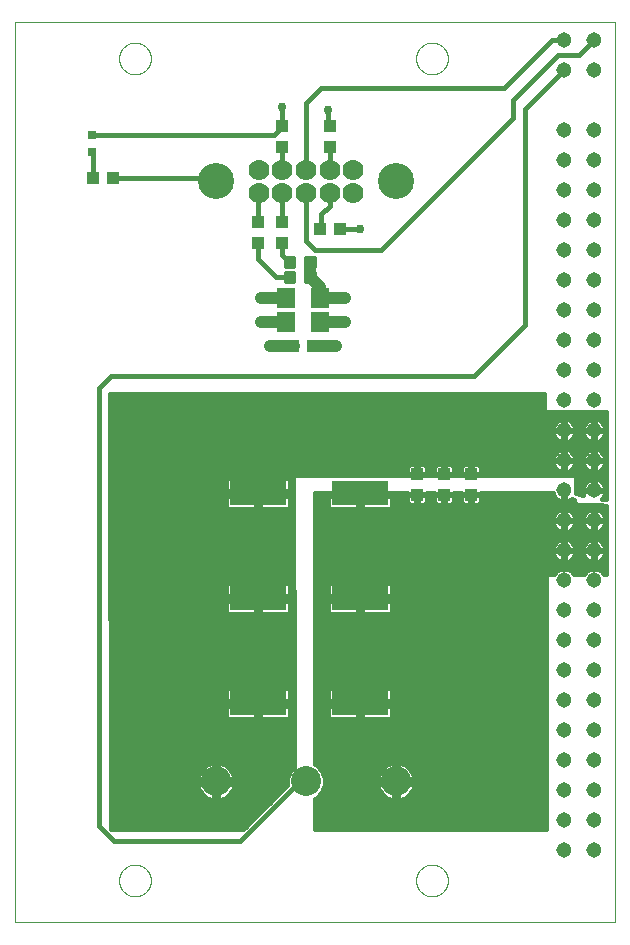
<source format=gtl>
G75*
%MOIN*%
%OFA0B0*%
%FSLAX25Y25*%
%IPPOS*%
%LPD*%
%AMOC8*
5,1,8,0,0,1.08239X$1,22.5*
%
%ADD10C,0.00000*%
%ADD11R,0.03937X0.04331*%
%ADD12R,0.06299X0.07087*%
%ADD13R,0.04331X0.03937*%
%ADD14R,0.19000X0.08000*%
%ADD15C,0.01181*%
%ADD16R,0.03150X0.03150*%
%ADD17C,0.10000*%
%ADD18C,0.12000*%
%ADD19C,0.07000*%
%ADD20C,0.05137*%
%ADD21C,0.01600*%
%ADD22C,0.02962*%
%ADD23C,0.04000*%
%ADD24C,0.04000*%
D10*
X0001800Y0006800D02*
X0001800Y0306800D01*
X0201800Y0306800D01*
X0201800Y0006800D01*
X0001800Y0006800D01*
X0036500Y0020800D02*
X0036502Y0020945D01*
X0036508Y0021091D01*
X0036518Y0021236D01*
X0036532Y0021381D01*
X0036550Y0021525D01*
X0036572Y0021669D01*
X0036597Y0021812D01*
X0036627Y0021954D01*
X0036661Y0022096D01*
X0036698Y0022236D01*
X0036740Y0022375D01*
X0036785Y0022514D01*
X0036834Y0022651D01*
X0036886Y0022786D01*
X0036943Y0022920D01*
X0037003Y0023053D01*
X0037066Y0023183D01*
X0037133Y0023312D01*
X0037204Y0023439D01*
X0037278Y0023565D01*
X0037356Y0023688D01*
X0037437Y0023808D01*
X0037521Y0023927D01*
X0037608Y0024043D01*
X0037699Y0024157D01*
X0037792Y0024268D01*
X0037889Y0024377D01*
X0037989Y0024483D01*
X0038091Y0024586D01*
X0038196Y0024686D01*
X0038304Y0024784D01*
X0038415Y0024878D01*
X0038528Y0024969D01*
X0038644Y0025058D01*
X0038762Y0025143D01*
X0038882Y0025224D01*
X0039004Y0025303D01*
X0039129Y0025378D01*
X0039256Y0025449D01*
X0039384Y0025517D01*
X0039514Y0025582D01*
X0039647Y0025643D01*
X0039780Y0025700D01*
X0039915Y0025754D01*
X0040052Y0025803D01*
X0040190Y0025850D01*
X0040329Y0025892D01*
X0040469Y0025930D01*
X0040611Y0025965D01*
X0040753Y0025995D01*
X0040896Y0026022D01*
X0041039Y0026045D01*
X0041183Y0026064D01*
X0041328Y0026079D01*
X0041473Y0026090D01*
X0041618Y0026097D01*
X0041764Y0026100D01*
X0041909Y0026099D01*
X0042054Y0026094D01*
X0042200Y0026085D01*
X0042344Y0026072D01*
X0042489Y0026055D01*
X0042633Y0026034D01*
X0042776Y0026009D01*
X0042919Y0025981D01*
X0043060Y0025948D01*
X0043201Y0025911D01*
X0043341Y0025871D01*
X0043479Y0025827D01*
X0043617Y0025779D01*
X0043752Y0025727D01*
X0043887Y0025672D01*
X0044020Y0025613D01*
X0044151Y0025550D01*
X0044280Y0025484D01*
X0044408Y0025414D01*
X0044534Y0025341D01*
X0044657Y0025264D01*
X0044778Y0025184D01*
X0044898Y0025101D01*
X0045014Y0025014D01*
X0045129Y0024924D01*
X0045241Y0024831D01*
X0045350Y0024735D01*
X0045457Y0024637D01*
X0045560Y0024535D01*
X0045662Y0024430D01*
X0045760Y0024323D01*
X0045855Y0024213D01*
X0045947Y0024100D01*
X0046036Y0023985D01*
X0046122Y0023868D01*
X0046204Y0023748D01*
X0046283Y0023626D01*
X0046359Y0023502D01*
X0046432Y0023376D01*
X0046501Y0023248D01*
X0046566Y0023118D01*
X0046628Y0022987D01*
X0046686Y0022853D01*
X0046741Y0022719D01*
X0046791Y0022582D01*
X0046838Y0022445D01*
X0046882Y0022306D01*
X0046921Y0022166D01*
X0046957Y0022025D01*
X0046988Y0021883D01*
X0047016Y0021740D01*
X0047040Y0021597D01*
X0047060Y0021453D01*
X0047076Y0021308D01*
X0047088Y0021163D01*
X0047096Y0021018D01*
X0047100Y0020873D01*
X0047100Y0020727D01*
X0047096Y0020582D01*
X0047088Y0020437D01*
X0047076Y0020292D01*
X0047060Y0020147D01*
X0047040Y0020003D01*
X0047016Y0019860D01*
X0046988Y0019717D01*
X0046957Y0019575D01*
X0046921Y0019434D01*
X0046882Y0019294D01*
X0046838Y0019155D01*
X0046791Y0019018D01*
X0046741Y0018881D01*
X0046686Y0018747D01*
X0046628Y0018613D01*
X0046566Y0018482D01*
X0046501Y0018352D01*
X0046432Y0018224D01*
X0046359Y0018098D01*
X0046283Y0017974D01*
X0046204Y0017852D01*
X0046122Y0017732D01*
X0046036Y0017615D01*
X0045947Y0017500D01*
X0045855Y0017387D01*
X0045760Y0017277D01*
X0045662Y0017170D01*
X0045560Y0017065D01*
X0045457Y0016963D01*
X0045350Y0016865D01*
X0045241Y0016769D01*
X0045129Y0016676D01*
X0045014Y0016586D01*
X0044898Y0016499D01*
X0044778Y0016416D01*
X0044657Y0016336D01*
X0044534Y0016259D01*
X0044408Y0016186D01*
X0044280Y0016116D01*
X0044151Y0016050D01*
X0044020Y0015987D01*
X0043887Y0015928D01*
X0043752Y0015873D01*
X0043617Y0015821D01*
X0043479Y0015773D01*
X0043341Y0015729D01*
X0043201Y0015689D01*
X0043060Y0015652D01*
X0042919Y0015619D01*
X0042776Y0015591D01*
X0042633Y0015566D01*
X0042489Y0015545D01*
X0042344Y0015528D01*
X0042200Y0015515D01*
X0042054Y0015506D01*
X0041909Y0015501D01*
X0041764Y0015500D01*
X0041618Y0015503D01*
X0041473Y0015510D01*
X0041328Y0015521D01*
X0041183Y0015536D01*
X0041039Y0015555D01*
X0040896Y0015578D01*
X0040753Y0015605D01*
X0040611Y0015635D01*
X0040469Y0015670D01*
X0040329Y0015708D01*
X0040190Y0015750D01*
X0040052Y0015797D01*
X0039915Y0015846D01*
X0039780Y0015900D01*
X0039647Y0015957D01*
X0039514Y0016018D01*
X0039384Y0016083D01*
X0039256Y0016151D01*
X0039129Y0016222D01*
X0039004Y0016297D01*
X0038882Y0016376D01*
X0038762Y0016457D01*
X0038644Y0016542D01*
X0038528Y0016631D01*
X0038415Y0016722D01*
X0038304Y0016816D01*
X0038196Y0016914D01*
X0038091Y0017014D01*
X0037989Y0017117D01*
X0037889Y0017223D01*
X0037792Y0017332D01*
X0037699Y0017443D01*
X0037608Y0017557D01*
X0037521Y0017673D01*
X0037437Y0017792D01*
X0037356Y0017912D01*
X0037278Y0018035D01*
X0037204Y0018161D01*
X0037133Y0018288D01*
X0037066Y0018417D01*
X0037003Y0018547D01*
X0036943Y0018680D01*
X0036886Y0018814D01*
X0036834Y0018949D01*
X0036785Y0019086D01*
X0036740Y0019225D01*
X0036698Y0019364D01*
X0036661Y0019504D01*
X0036627Y0019646D01*
X0036597Y0019788D01*
X0036572Y0019931D01*
X0036550Y0020075D01*
X0036532Y0020219D01*
X0036518Y0020364D01*
X0036508Y0020509D01*
X0036502Y0020655D01*
X0036500Y0020800D01*
X0135500Y0020800D02*
X0135502Y0020945D01*
X0135508Y0021091D01*
X0135518Y0021236D01*
X0135532Y0021381D01*
X0135550Y0021525D01*
X0135572Y0021669D01*
X0135597Y0021812D01*
X0135627Y0021954D01*
X0135661Y0022096D01*
X0135698Y0022236D01*
X0135740Y0022375D01*
X0135785Y0022514D01*
X0135834Y0022651D01*
X0135886Y0022786D01*
X0135943Y0022920D01*
X0136003Y0023053D01*
X0136066Y0023183D01*
X0136133Y0023312D01*
X0136204Y0023439D01*
X0136278Y0023565D01*
X0136356Y0023688D01*
X0136437Y0023808D01*
X0136521Y0023927D01*
X0136608Y0024043D01*
X0136699Y0024157D01*
X0136792Y0024268D01*
X0136889Y0024377D01*
X0136989Y0024483D01*
X0137091Y0024586D01*
X0137196Y0024686D01*
X0137304Y0024784D01*
X0137415Y0024878D01*
X0137528Y0024969D01*
X0137644Y0025058D01*
X0137762Y0025143D01*
X0137882Y0025224D01*
X0138004Y0025303D01*
X0138129Y0025378D01*
X0138256Y0025449D01*
X0138384Y0025517D01*
X0138514Y0025582D01*
X0138647Y0025643D01*
X0138780Y0025700D01*
X0138915Y0025754D01*
X0139052Y0025803D01*
X0139190Y0025850D01*
X0139329Y0025892D01*
X0139469Y0025930D01*
X0139611Y0025965D01*
X0139753Y0025995D01*
X0139896Y0026022D01*
X0140039Y0026045D01*
X0140183Y0026064D01*
X0140328Y0026079D01*
X0140473Y0026090D01*
X0140618Y0026097D01*
X0140764Y0026100D01*
X0140909Y0026099D01*
X0141054Y0026094D01*
X0141200Y0026085D01*
X0141344Y0026072D01*
X0141489Y0026055D01*
X0141633Y0026034D01*
X0141776Y0026009D01*
X0141919Y0025981D01*
X0142060Y0025948D01*
X0142201Y0025911D01*
X0142341Y0025871D01*
X0142479Y0025827D01*
X0142617Y0025779D01*
X0142752Y0025727D01*
X0142887Y0025672D01*
X0143020Y0025613D01*
X0143151Y0025550D01*
X0143280Y0025484D01*
X0143408Y0025414D01*
X0143534Y0025341D01*
X0143657Y0025264D01*
X0143778Y0025184D01*
X0143898Y0025101D01*
X0144014Y0025014D01*
X0144129Y0024924D01*
X0144241Y0024831D01*
X0144350Y0024735D01*
X0144457Y0024637D01*
X0144560Y0024535D01*
X0144662Y0024430D01*
X0144760Y0024323D01*
X0144855Y0024213D01*
X0144947Y0024100D01*
X0145036Y0023985D01*
X0145122Y0023868D01*
X0145204Y0023748D01*
X0145283Y0023626D01*
X0145359Y0023502D01*
X0145432Y0023376D01*
X0145501Y0023248D01*
X0145566Y0023118D01*
X0145628Y0022987D01*
X0145686Y0022853D01*
X0145741Y0022719D01*
X0145791Y0022582D01*
X0145838Y0022445D01*
X0145882Y0022306D01*
X0145921Y0022166D01*
X0145957Y0022025D01*
X0145988Y0021883D01*
X0146016Y0021740D01*
X0146040Y0021597D01*
X0146060Y0021453D01*
X0146076Y0021308D01*
X0146088Y0021163D01*
X0146096Y0021018D01*
X0146100Y0020873D01*
X0146100Y0020727D01*
X0146096Y0020582D01*
X0146088Y0020437D01*
X0146076Y0020292D01*
X0146060Y0020147D01*
X0146040Y0020003D01*
X0146016Y0019860D01*
X0145988Y0019717D01*
X0145957Y0019575D01*
X0145921Y0019434D01*
X0145882Y0019294D01*
X0145838Y0019155D01*
X0145791Y0019018D01*
X0145741Y0018881D01*
X0145686Y0018747D01*
X0145628Y0018613D01*
X0145566Y0018482D01*
X0145501Y0018352D01*
X0145432Y0018224D01*
X0145359Y0018098D01*
X0145283Y0017974D01*
X0145204Y0017852D01*
X0145122Y0017732D01*
X0145036Y0017615D01*
X0144947Y0017500D01*
X0144855Y0017387D01*
X0144760Y0017277D01*
X0144662Y0017170D01*
X0144560Y0017065D01*
X0144457Y0016963D01*
X0144350Y0016865D01*
X0144241Y0016769D01*
X0144129Y0016676D01*
X0144014Y0016586D01*
X0143898Y0016499D01*
X0143778Y0016416D01*
X0143657Y0016336D01*
X0143534Y0016259D01*
X0143408Y0016186D01*
X0143280Y0016116D01*
X0143151Y0016050D01*
X0143020Y0015987D01*
X0142887Y0015928D01*
X0142752Y0015873D01*
X0142617Y0015821D01*
X0142479Y0015773D01*
X0142341Y0015729D01*
X0142201Y0015689D01*
X0142060Y0015652D01*
X0141919Y0015619D01*
X0141776Y0015591D01*
X0141633Y0015566D01*
X0141489Y0015545D01*
X0141344Y0015528D01*
X0141200Y0015515D01*
X0141054Y0015506D01*
X0140909Y0015501D01*
X0140764Y0015500D01*
X0140618Y0015503D01*
X0140473Y0015510D01*
X0140328Y0015521D01*
X0140183Y0015536D01*
X0140039Y0015555D01*
X0139896Y0015578D01*
X0139753Y0015605D01*
X0139611Y0015635D01*
X0139469Y0015670D01*
X0139329Y0015708D01*
X0139190Y0015750D01*
X0139052Y0015797D01*
X0138915Y0015846D01*
X0138780Y0015900D01*
X0138647Y0015957D01*
X0138514Y0016018D01*
X0138384Y0016083D01*
X0138256Y0016151D01*
X0138129Y0016222D01*
X0138004Y0016297D01*
X0137882Y0016376D01*
X0137762Y0016457D01*
X0137644Y0016542D01*
X0137528Y0016631D01*
X0137415Y0016722D01*
X0137304Y0016816D01*
X0137196Y0016914D01*
X0137091Y0017014D01*
X0136989Y0017117D01*
X0136889Y0017223D01*
X0136792Y0017332D01*
X0136699Y0017443D01*
X0136608Y0017557D01*
X0136521Y0017673D01*
X0136437Y0017792D01*
X0136356Y0017912D01*
X0136278Y0018035D01*
X0136204Y0018161D01*
X0136133Y0018288D01*
X0136066Y0018417D01*
X0136003Y0018547D01*
X0135943Y0018680D01*
X0135886Y0018814D01*
X0135834Y0018949D01*
X0135785Y0019086D01*
X0135740Y0019225D01*
X0135698Y0019364D01*
X0135661Y0019504D01*
X0135627Y0019646D01*
X0135597Y0019788D01*
X0135572Y0019931D01*
X0135550Y0020075D01*
X0135532Y0020219D01*
X0135518Y0020364D01*
X0135508Y0020509D01*
X0135502Y0020655D01*
X0135500Y0020800D01*
X0135500Y0294800D02*
X0135502Y0294945D01*
X0135508Y0295091D01*
X0135518Y0295236D01*
X0135532Y0295381D01*
X0135550Y0295525D01*
X0135572Y0295669D01*
X0135597Y0295812D01*
X0135627Y0295954D01*
X0135661Y0296096D01*
X0135698Y0296236D01*
X0135740Y0296375D01*
X0135785Y0296514D01*
X0135834Y0296651D01*
X0135886Y0296786D01*
X0135943Y0296920D01*
X0136003Y0297053D01*
X0136066Y0297183D01*
X0136133Y0297312D01*
X0136204Y0297439D01*
X0136278Y0297565D01*
X0136356Y0297688D01*
X0136437Y0297808D01*
X0136521Y0297927D01*
X0136608Y0298043D01*
X0136699Y0298157D01*
X0136792Y0298268D01*
X0136889Y0298377D01*
X0136989Y0298483D01*
X0137091Y0298586D01*
X0137196Y0298686D01*
X0137304Y0298784D01*
X0137415Y0298878D01*
X0137528Y0298969D01*
X0137644Y0299058D01*
X0137762Y0299143D01*
X0137882Y0299224D01*
X0138004Y0299303D01*
X0138129Y0299378D01*
X0138256Y0299449D01*
X0138384Y0299517D01*
X0138514Y0299582D01*
X0138647Y0299643D01*
X0138780Y0299700D01*
X0138915Y0299754D01*
X0139052Y0299803D01*
X0139190Y0299850D01*
X0139329Y0299892D01*
X0139469Y0299930D01*
X0139611Y0299965D01*
X0139753Y0299995D01*
X0139896Y0300022D01*
X0140039Y0300045D01*
X0140183Y0300064D01*
X0140328Y0300079D01*
X0140473Y0300090D01*
X0140618Y0300097D01*
X0140764Y0300100D01*
X0140909Y0300099D01*
X0141054Y0300094D01*
X0141200Y0300085D01*
X0141344Y0300072D01*
X0141489Y0300055D01*
X0141633Y0300034D01*
X0141776Y0300009D01*
X0141919Y0299981D01*
X0142060Y0299948D01*
X0142201Y0299911D01*
X0142341Y0299871D01*
X0142479Y0299827D01*
X0142617Y0299779D01*
X0142752Y0299727D01*
X0142887Y0299672D01*
X0143020Y0299613D01*
X0143151Y0299550D01*
X0143280Y0299484D01*
X0143408Y0299414D01*
X0143534Y0299341D01*
X0143657Y0299264D01*
X0143778Y0299184D01*
X0143898Y0299101D01*
X0144014Y0299014D01*
X0144129Y0298924D01*
X0144241Y0298831D01*
X0144350Y0298735D01*
X0144457Y0298637D01*
X0144560Y0298535D01*
X0144662Y0298430D01*
X0144760Y0298323D01*
X0144855Y0298213D01*
X0144947Y0298100D01*
X0145036Y0297985D01*
X0145122Y0297868D01*
X0145204Y0297748D01*
X0145283Y0297626D01*
X0145359Y0297502D01*
X0145432Y0297376D01*
X0145501Y0297248D01*
X0145566Y0297118D01*
X0145628Y0296987D01*
X0145686Y0296853D01*
X0145741Y0296719D01*
X0145791Y0296582D01*
X0145838Y0296445D01*
X0145882Y0296306D01*
X0145921Y0296166D01*
X0145957Y0296025D01*
X0145988Y0295883D01*
X0146016Y0295740D01*
X0146040Y0295597D01*
X0146060Y0295453D01*
X0146076Y0295308D01*
X0146088Y0295163D01*
X0146096Y0295018D01*
X0146100Y0294873D01*
X0146100Y0294727D01*
X0146096Y0294582D01*
X0146088Y0294437D01*
X0146076Y0294292D01*
X0146060Y0294147D01*
X0146040Y0294003D01*
X0146016Y0293860D01*
X0145988Y0293717D01*
X0145957Y0293575D01*
X0145921Y0293434D01*
X0145882Y0293294D01*
X0145838Y0293155D01*
X0145791Y0293018D01*
X0145741Y0292881D01*
X0145686Y0292747D01*
X0145628Y0292613D01*
X0145566Y0292482D01*
X0145501Y0292352D01*
X0145432Y0292224D01*
X0145359Y0292098D01*
X0145283Y0291974D01*
X0145204Y0291852D01*
X0145122Y0291732D01*
X0145036Y0291615D01*
X0144947Y0291500D01*
X0144855Y0291387D01*
X0144760Y0291277D01*
X0144662Y0291170D01*
X0144560Y0291065D01*
X0144457Y0290963D01*
X0144350Y0290865D01*
X0144241Y0290769D01*
X0144129Y0290676D01*
X0144014Y0290586D01*
X0143898Y0290499D01*
X0143778Y0290416D01*
X0143657Y0290336D01*
X0143534Y0290259D01*
X0143408Y0290186D01*
X0143280Y0290116D01*
X0143151Y0290050D01*
X0143020Y0289987D01*
X0142887Y0289928D01*
X0142752Y0289873D01*
X0142617Y0289821D01*
X0142479Y0289773D01*
X0142341Y0289729D01*
X0142201Y0289689D01*
X0142060Y0289652D01*
X0141919Y0289619D01*
X0141776Y0289591D01*
X0141633Y0289566D01*
X0141489Y0289545D01*
X0141344Y0289528D01*
X0141200Y0289515D01*
X0141054Y0289506D01*
X0140909Y0289501D01*
X0140764Y0289500D01*
X0140618Y0289503D01*
X0140473Y0289510D01*
X0140328Y0289521D01*
X0140183Y0289536D01*
X0140039Y0289555D01*
X0139896Y0289578D01*
X0139753Y0289605D01*
X0139611Y0289635D01*
X0139469Y0289670D01*
X0139329Y0289708D01*
X0139190Y0289750D01*
X0139052Y0289797D01*
X0138915Y0289846D01*
X0138780Y0289900D01*
X0138647Y0289957D01*
X0138514Y0290018D01*
X0138384Y0290083D01*
X0138256Y0290151D01*
X0138129Y0290222D01*
X0138004Y0290297D01*
X0137882Y0290376D01*
X0137762Y0290457D01*
X0137644Y0290542D01*
X0137528Y0290631D01*
X0137415Y0290722D01*
X0137304Y0290816D01*
X0137196Y0290914D01*
X0137091Y0291014D01*
X0136989Y0291117D01*
X0136889Y0291223D01*
X0136792Y0291332D01*
X0136699Y0291443D01*
X0136608Y0291557D01*
X0136521Y0291673D01*
X0136437Y0291792D01*
X0136356Y0291912D01*
X0136278Y0292035D01*
X0136204Y0292161D01*
X0136133Y0292288D01*
X0136066Y0292417D01*
X0136003Y0292547D01*
X0135943Y0292680D01*
X0135886Y0292814D01*
X0135834Y0292949D01*
X0135785Y0293086D01*
X0135740Y0293225D01*
X0135698Y0293364D01*
X0135661Y0293504D01*
X0135627Y0293646D01*
X0135597Y0293788D01*
X0135572Y0293931D01*
X0135550Y0294075D01*
X0135532Y0294219D01*
X0135518Y0294364D01*
X0135508Y0294509D01*
X0135502Y0294655D01*
X0135500Y0294800D01*
X0036500Y0294800D02*
X0036502Y0294945D01*
X0036508Y0295091D01*
X0036518Y0295236D01*
X0036532Y0295381D01*
X0036550Y0295525D01*
X0036572Y0295669D01*
X0036597Y0295812D01*
X0036627Y0295954D01*
X0036661Y0296096D01*
X0036698Y0296236D01*
X0036740Y0296375D01*
X0036785Y0296514D01*
X0036834Y0296651D01*
X0036886Y0296786D01*
X0036943Y0296920D01*
X0037003Y0297053D01*
X0037066Y0297183D01*
X0037133Y0297312D01*
X0037204Y0297439D01*
X0037278Y0297565D01*
X0037356Y0297688D01*
X0037437Y0297808D01*
X0037521Y0297927D01*
X0037608Y0298043D01*
X0037699Y0298157D01*
X0037792Y0298268D01*
X0037889Y0298377D01*
X0037989Y0298483D01*
X0038091Y0298586D01*
X0038196Y0298686D01*
X0038304Y0298784D01*
X0038415Y0298878D01*
X0038528Y0298969D01*
X0038644Y0299058D01*
X0038762Y0299143D01*
X0038882Y0299224D01*
X0039004Y0299303D01*
X0039129Y0299378D01*
X0039256Y0299449D01*
X0039384Y0299517D01*
X0039514Y0299582D01*
X0039647Y0299643D01*
X0039780Y0299700D01*
X0039915Y0299754D01*
X0040052Y0299803D01*
X0040190Y0299850D01*
X0040329Y0299892D01*
X0040469Y0299930D01*
X0040611Y0299965D01*
X0040753Y0299995D01*
X0040896Y0300022D01*
X0041039Y0300045D01*
X0041183Y0300064D01*
X0041328Y0300079D01*
X0041473Y0300090D01*
X0041618Y0300097D01*
X0041764Y0300100D01*
X0041909Y0300099D01*
X0042054Y0300094D01*
X0042200Y0300085D01*
X0042344Y0300072D01*
X0042489Y0300055D01*
X0042633Y0300034D01*
X0042776Y0300009D01*
X0042919Y0299981D01*
X0043060Y0299948D01*
X0043201Y0299911D01*
X0043341Y0299871D01*
X0043479Y0299827D01*
X0043617Y0299779D01*
X0043752Y0299727D01*
X0043887Y0299672D01*
X0044020Y0299613D01*
X0044151Y0299550D01*
X0044280Y0299484D01*
X0044408Y0299414D01*
X0044534Y0299341D01*
X0044657Y0299264D01*
X0044778Y0299184D01*
X0044898Y0299101D01*
X0045014Y0299014D01*
X0045129Y0298924D01*
X0045241Y0298831D01*
X0045350Y0298735D01*
X0045457Y0298637D01*
X0045560Y0298535D01*
X0045662Y0298430D01*
X0045760Y0298323D01*
X0045855Y0298213D01*
X0045947Y0298100D01*
X0046036Y0297985D01*
X0046122Y0297868D01*
X0046204Y0297748D01*
X0046283Y0297626D01*
X0046359Y0297502D01*
X0046432Y0297376D01*
X0046501Y0297248D01*
X0046566Y0297118D01*
X0046628Y0296987D01*
X0046686Y0296853D01*
X0046741Y0296719D01*
X0046791Y0296582D01*
X0046838Y0296445D01*
X0046882Y0296306D01*
X0046921Y0296166D01*
X0046957Y0296025D01*
X0046988Y0295883D01*
X0047016Y0295740D01*
X0047040Y0295597D01*
X0047060Y0295453D01*
X0047076Y0295308D01*
X0047088Y0295163D01*
X0047096Y0295018D01*
X0047100Y0294873D01*
X0047100Y0294727D01*
X0047096Y0294582D01*
X0047088Y0294437D01*
X0047076Y0294292D01*
X0047060Y0294147D01*
X0047040Y0294003D01*
X0047016Y0293860D01*
X0046988Y0293717D01*
X0046957Y0293575D01*
X0046921Y0293434D01*
X0046882Y0293294D01*
X0046838Y0293155D01*
X0046791Y0293018D01*
X0046741Y0292881D01*
X0046686Y0292747D01*
X0046628Y0292613D01*
X0046566Y0292482D01*
X0046501Y0292352D01*
X0046432Y0292224D01*
X0046359Y0292098D01*
X0046283Y0291974D01*
X0046204Y0291852D01*
X0046122Y0291732D01*
X0046036Y0291615D01*
X0045947Y0291500D01*
X0045855Y0291387D01*
X0045760Y0291277D01*
X0045662Y0291170D01*
X0045560Y0291065D01*
X0045457Y0290963D01*
X0045350Y0290865D01*
X0045241Y0290769D01*
X0045129Y0290676D01*
X0045014Y0290586D01*
X0044898Y0290499D01*
X0044778Y0290416D01*
X0044657Y0290336D01*
X0044534Y0290259D01*
X0044408Y0290186D01*
X0044280Y0290116D01*
X0044151Y0290050D01*
X0044020Y0289987D01*
X0043887Y0289928D01*
X0043752Y0289873D01*
X0043617Y0289821D01*
X0043479Y0289773D01*
X0043341Y0289729D01*
X0043201Y0289689D01*
X0043060Y0289652D01*
X0042919Y0289619D01*
X0042776Y0289591D01*
X0042633Y0289566D01*
X0042489Y0289545D01*
X0042344Y0289528D01*
X0042200Y0289515D01*
X0042054Y0289506D01*
X0041909Y0289501D01*
X0041764Y0289500D01*
X0041618Y0289503D01*
X0041473Y0289510D01*
X0041328Y0289521D01*
X0041183Y0289536D01*
X0041039Y0289555D01*
X0040896Y0289578D01*
X0040753Y0289605D01*
X0040611Y0289635D01*
X0040469Y0289670D01*
X0040329Y0289708D01*
X0040190Y0289750D01*
X0040052Y0289797D01*
X0039915Y0289846D01*
X0039780Y0289900D01*
X0039647Y0289957D01*
X0039514Y0290018D01*
X0039384Y0290083D01*
X0039256Y0290151D01*
X0039129Y0290222D01*
X0039004Y0290297D01*
X0038882Y0290376D01*
X0038762Y0290457D01*
X0038644Y0290542D01*
X0038528Y0290631D01*
X0038415Y0290722D01*
X0038304Y0290816D01*
X0038196Y0290914D01*
X0038091Y0291014D01*
X0037989Y0291117D01*
X0037889Y0291223D01*
X0037792Y0291332D01*
X0037699Y0291443D01*
X0037608Y0291557D01*
X0037521Y0291673D01*
X0037437Y0291792D01*
X0037356Y0291912D01*
X0037278Y0292035D01*
X0037204Y0292161D01*
X0037133Y0292288D01*
X0037066Y0292417D01*
X0037003Y0292547D01*
X0036943Y0292680D01*
X0036886Y0292814D01*
X0036834Y0292949D01*
X0036785Y0293086D01*
X0036740Y0293225D01*
X0036698Y0293364D01*
X0036661Y0293504D01*
X0036627Y0293646D01*
X0036597Y0293788D01*
X0036572Y0293931D01*
X0036550Y0294075D01*
X0036532Y0294219D01*
X0036518Y0294364D01*
X0036508Y0294509D01*
X0036502Y0294655D01*
X0036500Y0294800D01*
D11*
X0082800Y0240146D03*
X0082800Y0233454D03*
X0090800Y0233454D03*
X0090800Y0240146D03*
X0090800Y0265454D03*
X0090800Y0272146D03*
X0106800Y0272146D03*
X0106800Y0265454D03*
X0135800Y0156146D03*
X0135800Y0149454D03*
X0144800Y0149454D03*
X0144800Y0156146D03*
X0153800Y0156146D03*
X0153800Y0149454D03*
D12*
X0103312Y0206800D03*
X0103312Y0214800D03*
X0092288Y0214800D03*
X0092288Y0206800D03*
D13*
X0094454Y0198800D03*
X0101146Y0198800D03*
X0103454Y0237800D03*
X0110146Y0237800D03*
X0034446Y0254900D03*
X0027754Y0254900D03*
D14*
X0082800Y0149800D03*
X0082800Y0114800D03*
X0082800Y0079800D03*
X0116800Y0079800D03*
X0116800Y0114800D03*
X0116800Y0149800D03*
D15*
X0098875Y0220422D02*
X0098875Y0223178D01*
X0101631Y0223178D01*
X0101631Y0220422D01*
X0098875Y0220422D01*
X0098875Y0221602D02*
X0101631Y0221602D01*
X0101631Y0222782D02*
X0098875Y0222782D01*
X0098875Y0225422D02*
X0098875Y0228178D01*
X0101631Y0228178D01*
X0101631Y0225422D01*
X0098875Y0225422D01*
X0098875Y0226602D02*
X0101631Y0226602D01*
X0101631Y0227782D02*
X0098875Y0227782D01*
X0091969Y0228178D02*
X0091969Y0225422D01*
X0091969Y0228178D02*
X0094725Y0228178D01*
X0094725Y0225422D01*
X0091969Y0225422D01*
X0091969Y0226602D02*
X0094725Y0226602D01*
X0094725Y0227782D02*
X0091969Y0227782D01*
X0091969Y0223178D02*
X0091969Y0220422D01*
X0091969Y0223178D02*
X0094725Y0223178D01*
X0094725Y0220422D01*
X0091969Y0220422D01*
X0091969Y0221602D02*
X0094725Y0221602D01*
X0094725Y0222782D02*
X0091969Y0222782D01*
D16*
X0027300Y0263547D03*
X0027300Y0269453D03*
D17*
X0068800Y0053800D03*
X0098800Y0053800D03*
X0128800Y0053800D03*
D18*
X0128800Y0253800D03*
X0068800Y0253800D03*
D19*
X0083052Y0249863D03*
X0083052Y0257737D03*
X0090926Y0257737D03*
X0090926Y0249863D03*
X0098800Y0249863D03*
X0098800Y0257737D03*
X0106674Y0257737D03*
X0106674Y0249863D03*
X0114548Y0249863D03*
X0114548Y0257737D03*
D20*
X0184800Y0260800D03*
X0184800Y0250800D03*
X0184800Y0240800D03*
X0184800Y0230800D03*
X0184800Y0220800D03*
X0184800Y0210800D03*
X0184800Y0200800D03*
X0184800Y0190800D03*
X0184800Y0180800D03*
X0184800Y0170800D03*
X0184800Y0160800D03*
X0184800Y0150800D03*
X0184800Y0140800D03*
X0184800Y0130800D03*
X0184800Y0120800D03*
X0184800Y0110800D03*
X0184800Y0100800D03*
X0184800Y0090800D03*
X0184800Y0080800D03*
X0184800Y0070800D03*
X0184800Y0060800D03*
X0184800Y0050800D03*
X0184800Y0040800D03*
X0184800Y0030800D03*
X0194800Y0030800D03*
X0194800Y0040800D03*
X0194800Y0050800D03*
X0194800Y0060800D03*
X0194800Y0070800D03*
X0194800Y0080800D03*
X0194800Y0090800D03*
X0194800Y0100800D03*
X0194800Y0110800D03*
X0194800Y0120800D03*
X0194800Y0130800D03*
X0194800Y0140800D03*
X0194800Y0150800D03*
X0194800Y0160800D03*
X0194800Y0170800D03*
X0194800Y0180800D03*
X0194800Y0190800D03*
X0194800Y0200800D03*
X0194800Y0210800D03*
X0194800Y0220800D03*
X0194800Y0230800D03*
X0194800Y0240800D03*
X0194800Y0250800D03*
X0194800Y0260800D03*
X0194800Y0270800D03*
X0184800Y0270800D03*
X0184800Y0290800D03*
X0184800Y0300800D03*
X0194800Y0300800D03*
X0194800Y0290800D03*
D21*
X0189800Y0295800D02*
X0194800Y0300800D01*
X0189800Y0295800D02*
X0182800Y0295800D01*
X0167800Y0280800D01*
X0167800Y0274800D01*
X0123800Y0230800D01*
X0101800Y0230800D01*
X0098800Y0233800D01*
X0098800Y0249863D01*
X0098800Y0257737D02*
X0098800Y0279800D01*
X0103800Y0284800D01*
X0164800Y0284800D01*
X0180800Y0300800D01*
X0184800Y0300800D01*
X0184800Y0290800D02*
X0171800Y0277800D01*
X0171800Y0205800D01*
X0154800Y0188800D01*
X0033800Y0188800D01*
X0029800Y0184800D01*
X0029800Y0038800D01*
X0034800Y0033800D01*
X0076800Y0033800D01*
X0096800Y0053800D01*
X0098800Y0053800D01*
X0103699Y0057952D02*
X0124043Y0057952D01*
X0123995Y0057904D02*
X0123412Y0057102D01*
X0122962Y0056218D01*
X0122655Y0055275D01*
X0122532Y0054500D01*
X0128100Y0054500D01*
X0128100Y0060068D01*
X0127325Y0059945D01*
X0126382Y0059638D01*
X0125498Y0059188D01*
X0124696Y0058605D01*
X0123995Y0057904D01*
X0123031Y0056354D02*
X0104669Y0056354D01*
X0104226Y0057425D02*
X0102425Y0059226D01*
X0101800Y0059485D01*
X0101800Y0149800D01*
X0116000Y0149800D01*
X0116000Y0149000D01*
X0106000Y0149000D01*
X0106000Y0145629D01*
X0106089Y0145298D01*
X0106260Y0145002D01*
X0106502Y0144760D01*
X0106798Y0144589D01*
X0107129Y0144500D01*
X0116000Y0144500D01*
X0116000Y0149000D01*
X0117600Y0149000D01*
X0117600Y0149800D01*
X0132531Y0149800D01*
X0132531Y0149638D01*
X0135616Y0149638D01*
X0135616Y0149269D01*
X0135984Y0149269D01*
X0135984Y0145988D01*
X0137940Y0145988D01*
X0138270Y0146077D01*
X0138567Y0146248D01*
X0138809Y0146490D01*
X0138980Y0146786D01*
X0139068Y0147117D01*
X0139068Y0149269D01*
X0135984Y0149269D01*
X0135984Y0149638D01*
X0139068Y0149638D01*
X0139068Y0149800D01*
X0141531Y0149800D01*
X0141531Y0149638D01*
X0144616Y0149638D01*
X0144616Y0149269D01*
X0144984Y0149269D01*
X0144984Y0145988D01*
X0146940Y0145988D01*
X0147270Y0146077D01*
X0147567Y0146248D01*
X0147809Y0146490D01*
X0147980Y0146786D01*
X0148068Y0147117D01*
X0148068Y0149269D01*
X0144984Y0149269D01*
X0144984Y0149638D01*
X0148068Y0149638D01*
X0148068Y0149800D01*
X0150531Y0149800D01*
X0150531Y0149638D01*
X0153616Y0149638D01*
X0153616Y0149269D01*
X0153984Y0149269D01*
X0153984Y0145988D01*
X0155940Y0145988D01*
X0156270Y0146077D01*
X0156567Y0146248D01*
X0156809Y0146490D01*
X0156980Y0146786D01*
X0157068Y0147117D01*
X0157068Y0149269D01*
X0153984Y0149269D01*
X0153984Y0149638D01*
X0157068Y0149638D01*
X0157068Y0149800D01*
X0181055Y0149800D01*
X0181080Y0149672D01*
X0181372Y0148968D01*
X0181795Y0148334D01*
X0182334Y0147795D01*
X0182968Y0147372D01*
X0183672Y0147080D01*
X0184419Y0146931D01*
X0184616Y0146931D01*
X0184616Y0149800D01*
X0184984Y0149800D01*
X0184984Y0146931D01*
X0185181Y0146931D01*
X0185928Y0147080D01*
X0186632Y0147372D01*
X0187266Y0147795D01*
X0187402Y0147931D01*
X0187475Y0147821D01*
X0187715Y0147773D01*
X0187889Y0147600D01*
X0187900Y0147600D01*
X0188800Y0145800D01*
X0197582Y0145800D01*
X0197715Y0145773D01*
X0197889Y0145600D01*
X0198582Y0145600D01*
X0198800Y0145556D01*
X0198800Y0122800D01*
X0198267Y0122800D01*
X0198164Y0123048D01*
X0197048Y0124164D01*
X0195589Y0124768D01*
X0194011Y0124768D01*
X0192552Y0124164D01*
X0191436Y0123048D01*
X0191333Y0122800D01*
X0188267Y0122800D01*
X0188164Y0123048D01*
X0187048Y0124164D01*
X0185589Y0124768D01*
X0184011Y0124768D01*
X0182552Y0124164D01*
X0181436Y0123048D01*
X0181333Y0122800D01*
X0178800Y0122800D01*
X0178800Y0037800D01*
X0101800Y0037800D01*
X0101800Y0048115D01*
X0102425Y0048374D01*
X0104226Y0050175D01*
X0105200Y0052527D01*
X0105200Y0055073D01*
X0104226Y0057425D01*
X0105200Y0054755D02*
X0122573Y0054755D01*
X0122532Y0053100D02*
X0122655Y0052325D01*
X0122962Y0051382D01*
X0123412Y0050498D01*
X0123995Y0049696D01*
X0124696Y0048995D01*
X0125498Y0048412D01*
X0126382Y0047962D01*
X0127325Y0047655D01*
X0128100Y0047532D01*
X0128100Y0053100D01*
X0122532Y0053100D01*
X0122904Y0051558D02*
X0104799Y0051558D01*
X0105200Y0053157D02*
X0128100Y0053157D01*
X0128100Y0053100D02*
X0128100Y0054500D01*
X0129500Y0054500D01*
X0129500Y0060068D01*
X0130275Y0059945D01*
X0131218Y0059638D01*
X0132102Y0059188D01*
X0132904Y0058605D01*
X0133605Y0057904D01*
X0134188Y0057102D01*
X0134638Y0056218D01*
X0134945Y0055275D01*
X0135068Y0054500D01*
X0129500Y0054500D01*
X0129500Y0053100D01*
X0135068Y0053100D01*
X0134945Y0052325D01*
X0134638Y0051382D01*
X0134188Y0050498D01*
X0133605Y0049696D01*
X0132904Y0048995D01*
X0132102Y0048412D01*
X0131218Y0047962D01*
X0130275Y0047655D01*
X0129500Y0047532D01*
X0129500Y0053100D01*
X0128100Y0053100D01*
X0128800Y0053800D02*
X0117800Y0064800D01*
X0117600Y0074500D02*
X0126471Y0074500D01*
X0126802Y0074589D01*
X0127098Y0074760D01*
X0127340Y0075002D01*
X0127511Y0075298D01*
X0127600Y0075629D01*
X0127600Y0079000D01*
X0117600Y0079000D01*
X0117600Y0080600D01*
X0116000Y0080600D01*
X0116000Y0085100D01*
X0107129Y0085100D01*
X0106798Y0085011D01*
X0106502Y0084840D01*
X0106260Y0084598D01*
X0106089Y0084302D01*
X0106000Y0083971D01*
X0106000Y0080600D01*
X0116000Y0080600D01*
X0116000Y0079000D01*
X0106000Y0079000D01*
X0106000Y0075629D01*
X0106089Y0075298D01*
X0106260Y0075002D01*
X0106502Y0074760D01*
X0106798Y0074589D01*
X0107129Y0074500D01*
X0116000Y0074500D01*
X0116000Y0079000D01*
X0117600Y0079000D01*
X0117600Y0074500D01*
X0117600Y0075536D02*
X0116000Y0075536D01*
X0116000Y0077134D02*
X0117600Y0077134D01*
X0117600Y0078733D02*
X0116000Y0078733D01*
X0116000Y0080332D02*
X0101800Y0080332D01*
X0101800Y0081930D02*
X0106000Y0081930D01*
X0106000Y0083529D02*
X0101800Y0083529D01*
X0101800Y0085127D02*
X0178800Y0085127D01*
X0178800Y0083529D02*
X0127600Y0083529D01*
X0127600Y0083971D02*
X0127511Y0084302D01*
X0127340Y0084598D01*
X0127098Y0084840D01*
X0126802Y0085011D01*
X0126471Y0085100D01*
X0117600Y0085100D01*
X0117600Y0080600D01*
X0127600Y0080600D01*
X0127600Y0083971D01*
X0127600Y0081930D02*
X0178800Y0081930D01*
X0178800Y0080332D02*
X0117600Y0080332D01*
X0117600Y0081930D02*
X0116000Y0081930D01*
X0116000Y0083529D02*
X0117600Y0083529D01*
X0127600Y0078733D02*
X0178800Y0078733D01*
X0178800Y0077134D02*
X0127600Y0077134D01*
X0127575Y0075536D02*
X0178800Y0075536D01*
X0178800Y0073937D02*
X0101800Y0073937D01*
X0101800Y0072339D02*
X0178800Y0072339D01*
X0178800Y0070740D02*
X0101800Y0070740D01*
X0101800Y0069142D02*
X0178800Y0069142D01*
X0178800Y0067543D02*
X0101800Y0067543D01*
X0101800Y0065945D02*
X0178800Y0065945D01*
X0178800Y0064346D02*
X0101800Y0064346D01*
X0101800Y0062748D02*
X0178800Y0062748D01*
X0178800Y0061149D02*
X0101800Y0061149D01*
X0101800Y0059551D02*
X0126210Y0059551D01*
X0128100Y0059551D02*
X0129500Y0059551D01*
X0129500Y0057952D02*
X0128100Y0057952D01*
X0128100Y0056354D02*
X0129500Y0056354D01*
X0129500Y0054755D02*
X0128100Y0054755D01*
X0129500Y0053157D02*
X0178800Y0053157D01*
X0178800Y0054755D02*
X0135027Y0054755D01*
X0134569Y0056354D02*
X0178800Y0056354D01*
X0178800Y0057952D02*
X0133557Y0057952D01*
X0131390Y0059551D02*
X0178800Y0059551D01*
X0178800Y0051558D02*
X0134696Y0051558D01*
X0133797Y0049960D02*
X0178800Y0049960D01*
X0178800Y0048361D02*
X0132003Y0048361D01*
X0129500Y0048361D02*
X0128100Y0048361D01*
X0128100Y0049960D02*
X0129500Y0049960D01*
X0129500Y0051558D02*
X0128100Y0051558D01*
X0125597Y0048361D02*
X0102394Y0048361D01*
X0101800Y0046763D02*
X0178800Y0046763D01*
X0178800Y0045164D02*
X0101800Y0045164D01*
X0101800Y0043566D02*
X0178800Y0043566D01*
X0178800Y0041967D02*
X0101800Y0041967D01*
X0101800Y0040369D02*
X0178800Y0040369D01*
X0178800Y0038770D02*
X0101800Y0038770D01*
X0104011Y0049960D02*
X0123803Y0049960D01*
X0106025Y0075536D02*
X0101800Y0075536D01*
X0101800Y0077134D02*
X0106000Y0077134D01*
X0106000Y0078733D02*
X0101800Y0078733D01*
X0101800Y0086726D02*
X0178800Y0086726D01*
X0178800Y0088324D02*
X0101800Y0088324D01*
X0101800Y0089923D02*
X0178800Y0089923D01*
X0178800Y0091521D02*
X0101800Y0091521D01*
X0101800Y0093120D02*
X0178800Y0093120D01*
X0178800Y0094718D02*
X0101800Y0094718D01*
X0101800Y0096317D02*
X0178800Y0096317D01*
X0178800Y0097915D02*
X0101800Y0097915D01*
X0101800Y0099514D02*
X0178800Y0099514D01*
X0178800Y0101112D02*
X0101800Y0101112D01*
X0101800Y0102711D02*
X0178800Y0102711D01*
X0178800Y0104309D02*
X0101800Y0104309D01*
X0101800Y0105908D02*
X0178800Y0105908D01*
X0178800Y0107506D02*
X0101800Y0107506D01*
X0101800Y0109105D02*
X0178800Y0109105D01*
X0178800Y0110703D02*
X0127600Y0110703D01*
X0127600Y0110629D02*
X0127600Y0114000D01*
X0117600Y0114000D01*
X0117600Y0115600D01*
X0116000Y0115600D01*
X0116000Y0120100D01*
X0107129Y0120100D01*
X0106798Y0120011D01*
X0106502Y0119840D01*
X0106260Y0119598D01*
X0106089Y0119302D01*
X0106000Y0118971D01*
X0106000Y0115600D01*
X0116000Y0115600D01*
X0116000Y0114000D01*
X0106000Y0114000D01*
X0106000Y0110629D01*
X0106089Y0110298D01*
X0106260Y0110002D01*
X0106502Y0109760D01*
X0106798Y0109589D01*
X0107129Y0109500D01*
X0116000Y0109500D01*
X0116000Y0114000D01*
X0117600Y0114000D01*
X0117600Y0109500D01*
X0126471Y0109500D01*
X0126802Y0109589D01*
X0127098Y0109760D01*
X0127340Y0110002D01*
X0127511Y0110298D01*
X0127600Y0110629D01*
X0127600Y0112302D02*
X0178800Y0112302D01*
X0178800Y0113900D02*
X0127600Y0113900D01*
X0127600Y0115600D02*
X0127600Y0118971D01*
X0127511Y0119302D01*
X0127340Y0119598D01*
X0127098Y0119840D01*
X0126802Y0120011D01*
X0126471Y0120100D01*
X0117600Y0120100D01*
X0117600Y0115600D01*
X0127600Y0115600D01*
X0127600Y0117097D02*
X0178800Y0117097D01*
X0178800Y0115499D02*
X0117600Y0115499D01*
X0117600Y0117097D02*
X0116000Y0117097D01*
X0116000Y0115499D02*
X0101800Y0115499D01*
X0101800Y0117097D02*
X0106000Y0117097D01*
X0106000Y0118696D02*
X0101800Y0118696D01*
X0101800Y0120294D02*
X0178800Y0120294D01*
X0178800Y0118696D02*
X0127600Y0118696D01*
X0117600Y0118696D02*
X0116000Y0118696D01*
X0116000Y0113900D02*
X0117600Y0113900D01*
X0117600Y0112302D02*
X0116000Y0112302D01*
X0116000Y0110703D02*
X0117600Y0110703D01*
X0106000Y0110703D02*
X0101800Y0110703D01*
X0101800Y0112302D02*
X0106000Y0112302D01*
X0106000Y0113900D02*
X0101800Y0113900D01*
X0101800Y0121893D02*
X0178800Y0121893D01*
X0181879Y0123491D02*
X0101800Y0123491D01*
X0101800Y0125090D02*
X0198800Y0125090D01*
X0198800Y0126688D02*
X0101800Y0126688D01*
X0101800Y0128287D02*
X0181842Y0128287D01*
X0181795Y0128334D02*
X0182334Y0127795D01*
X0182968Y0127372D01*
X0183672Y0127080D01*
X0184419Y0126931D01*
X0184616Y0126931D01*
X0184616Y0130616D01*
X0184984Y0130616D01*
X0184984Y0126931D01*
X0185181Y0126931D01*
X0185928Y0127080D01*
X0186632Y0127372D01*
X0187266Y0127795D01*
X0187805Y0128334D01*
X0188228Y0128968D01*
X0188520Y0129672D01*
X0188668Y0130419D01*
X0188668Y0130616D01*
X0184984Y0130616D01*
X0184984Y0130984D01*
X0188668Y0130984D01*
X0188668Y0131181D01*
X0188520Y0131928D01*
X0188228Y0132632D01*
X0187805Y0133266D01*
X0187266Y0133805D01*
X0186632Y0134228D01*
X0185928Y0134520D01*
X0185181Y0134668D01*
X0184984Y0134668D01*
X0184984Y0130984D01*
X0184616Y0130984D01*
X0184616Y0130616D01*
X0180931Y0130616D01*
X0180931Y0130419D01*
X0181080Y0129672D01*
X0181372Y0128968D01*
X0181795Y0128334D01*
X0181038Y0129885D02*
X0101800Y0129885D01*
X0101800Y0131484D02*
X0180992Y0131484D01*
X0180931Y0131181D02*
X0180931Y0130984D01*
X0184616Y0130984D01*
X0184616Y0134668D01*
X0184419Y0134668D01*
X0183672Y0134520D01*
X0182968Y0134228D01*
X0182334Y0133805D01*
X0181795Y0133266D01*
X0181372Y0132632D01*
X0181080Y0131928D01*
X0180931Y0131181D01*
X0181672Y0133082D02*
X0101800Y0133082D01*
X0101800Y0134681D02*
X0198800Y0134681D01*
X0198800Y0136279D02*
X0101800Y0136279D01*
X0101800Y0137878D02*
X0182251Y0137878D01*
X0182334Y0137795D02*
X0182968Y0137372D01*
X0183672Y0137080D01*
X0184419Y0136931D01*
X0184616Y0136931D01*
X0184616Y0140616D01*
X0184984Y0140616D01*
X0184984Y0136931D01*
X0185181Y0136931D01*
X0185928Y0137080D01*
X0186632Y0137372D01*
X0187266Y0137795D01*
X0187805Y0138334D01*
X0188228Y0138968D01*
X0188520Y0139672D01*
X0188668Y0140419D01*
X0188668Y0140616D01*
X0184984Y0140616D01*
X0184984Y0140984D01*
X0188668Y0140984D01*
X0188668Y0141181D01*
X0188520Y0141928D01*
X0188228Y0142632D01*
X0187805Y0143266D01*
X0187266Y0143805D01*
X0186632Y0144228D01*
X0185928Y0144520D01*
X0185181Y0144668D01*
X0184984Y0144668D01*
X0184984Y0140984D01*
X0184616Y0140984D01*
X0184616Y0140616D01*
X0180931Y0140616D01*
X0180931Y0140419D01*
X0181080Y0139672D01*
X0181372Y0138968D01*
X0181795Y0138334D01*
X0182334Y0137795D01*
X0181161Y0139476D02*
X0101800Y0139476D01*
X0101800Y0141075D02*
X0180931Y0141075D01*
X0180931Y0140984D02*
X0184616Y0140984D01*
X0184616Y0144668D01*
X0184419Y0144668D01*
X0183672Y0144520D01*
X0182968Y0144228D01*
X0182334Y0143805D01*
X0181795Y0143266D01*
X0181372Y0142632D01*
X0181080Y0141928D01*
X0180931Y0141181D01*
X0180931Y0140984D01*
X0181399Y0142673D02*
X0101800Y0142673D01*
X0101800Y0144272D02*
X0183073Y0144272D01*
X0184616Y0144272D02*
X0184984Y0144272D01*
X0186527Y0144272D02*
X0193073Y0144272D01*
X0192968Y0144228D02*
X0193672Y0144520D01*
X0194419Y0144668D01*
X0194616Y0144668D01*
X0194616Y0140984D01*
X0194616Y0140616D01*
X0194984Y0140616D01*
X0194984Y0136931D01*
X0195181Y0136931D01*
X0195928Y0137080D01*
X0196632Y0137372D01*
X0197266Y0137795D01*
X0197805Y0138334D01*
X0198228Y0138968D01*
X0198520Y0139672D01*
X0198668Y0140419D01*
X0198668Y0140616D01*
X0194984Y0140616D01*
X0194984Y0140984D01*
X0198668Y0140984D01*
X0198668Y0141181D01*
X0198520Y0141928D01*
X0198228Y0142632D01*
X0197805Y0143266D01*
X0197266Y0143805D01*
X0196632Y0144228D01*
X0195928Y0144520D01*
X0195181Y0144668D01*
X0194984Y0144668D01*
X0194984Y0140984D01*
X0194616Y0140984D01*
X0190931Y0140984D01*
X0190931Y0141181D01*
X0191080Y0141928D01*
X0191372Y0142632D01*
X0191795Y0143266D01*
X0192334Y0143805D01*
X0192968Y0144228D01*
X0194616Y0144272D02*
X0194984Y0144272D01*
X0196527Y0144272D02*
X0198800Y0144272D01*
X0198800Y0142673D02*
X0198201Y0142673D01*
X0198668Y0141075D02*
X0198800Y0141075D01*
X0198800Y0139476D02*
X0198439Y0139476D01*
X0198800Y0137878D02*
X0197349Y0137878D01*
X0195928Y0134520D02*
X0195181Y0134668D01*
X0194984Y0134668D01*
X0194984Y0130984D01*
X0198668Y0130984D01*
X0198668Y0131181D01*
X0198520Y0131928D01*
X0198228Y0132632D01*
X0197805Y0133266D01*
X0197266Y0133805D01*
X0196632Y0134228D01*
X0195928Y0134520D01*
X0194616Y0134668D02*
X0194616Y0130984D01*
X0194616Y0130616D01*
X0194984Y0130616D01*
X0194984Y0126931D01*
X0195181Y0126931D01*
X0195928Y0127080D01*
X0196632Y0127372D01*
X0197266Y0127795D01*
X0197805Y0128334D01*
X0198228Y0128968D01*
X0198520Y0129672D01*
X0198668Y0130419D01*
X0198668Y0130616D01*
X0194984Y0130616D01*
X0194984Y0130984D01*
X0194616Y0130984D01*
X0190931Y0130984D01*
X0190931Y0131181D01*
X0191080Y0131928D01*
X0191372Y0132632D01*
X0191795Y0133266D01*
X0192334Y0133805D01*
X0192968Y0134228D01*
X0193672Y0134520D01*
X0194419Y0134668D01*
X0194616Y0134668D01*
X0194616Y0133082D02*
X0194984Y0133082D01*
X0194984Y0131484D02*
X0194616Y0131484D01*
X0194616Y0130616D02*
X0190931Y0130616D01*
X0190931Y0130419D01*
X0191080Y0129672D01*
X0191372Y0128968D01*
X0191795Y0128334D01*
X0192334Y0127795D01*
X0192968Y0127372D01*
X0193672Y0127080D01*
X0194419Y0126931D01*
X0194616Y0126931D01*
X0194616Y0130616D01*
X0194616Y0129885D02*
X0194984Y0129885D01*
X0194984Y0128287D02*
X0194616Y0128287D01*
X0191842Y0128287D02*
X0187758Y0128287D01*
X0188562Y0129885D02*
X0191038Y0129885D01*
X0190992Y0131484D02*
X0188608Y0131484D01*
X0187928Y0133082D02*
X0191672Y0133082D01*
X0193672Y0137080D02*
X0192968Y0137372D01*
X0192334Y0137795D01*
X0191795Y0138334D01*
X0191372Y0138968D01*
X0191080Y0139672D01*
X0190931Y0140419D01*
X0190931Y0140616D01*
X0194616Y0140616D01*
X0194616Y0136931D01*
X0194419Y0136931D01*
X0193672Y0137080D01*
X0194616Y0137878D02*
X0194984Y0137878D01*
X0194984Y0139476D02*
X0194616Y0139476D01*
X0194616Y0141075D02*
X0194984Y0141075D01*
X0194984Y0142673D02*
X0194616Y0142673D01*
X0191399Y0142673D02*
X0188201Y0142673D01*
X0188668Y0141075D02*
X0190931Y0141075D01*
X0191161Y0139476D02*
X0188439Y0139476D01*
X0187349Y0137878D02*
X0192251Y0137878D01*
X0184984Y0137878D02*
X0184616Y0137878D01*
X0184616Y0139476D02*
X0184984Y0139476D01*
X0184984Y0141075D02*
X0184616Y0141075D01*
X0184616Y0142673D02*
X0184984Y0142673D01*
X0184984Y0147469D02*
X0184616Y0147469D01*
X0184616Y0149068D02*
X0184984Y0149068D01*
X0186778Y0147469D02*
X0187965Y0147469D01*
X0188765Y0145870D02*
X0127600Y0145870D01*
X0127600Y0145629D02*
X0127600Y0149000D01*
X0117600Y0149000D01*
X0117600Y0144500D01*
X0126471Y0144500D01*
X0126802Y0144589D01*
X0127098Y0144760D01*
X0127340Y0145002D01*
X0127511Y0145298D01*
X0127600Y0145629D01*
X0127600Y0147469D02*
X0132531Y0147469D01*
X0132531Y0147117D02*
X0132620Y0146786D01*
X0132791Y0146490D01*
X0133033Y0146248D01*
X0133330Y0146077D01*
X0133660Y0145988D01*
X0135616Y0145988D01*
X0135616Y0149269D01*
X0132531Y0149269D01*
X0132531Y0147117D01*
X0132531Y0149068D02*
X0117600Y0149068D01*
X0117600Y0147469D02*
X0116000Y0147469D01*
X0116000Y0145870D02*
X0117600Y0145870D01*
X0116000Y0149068D02*
X0101800Y0149068D01*
X0101800Y0147469D02*
X0106000Y0147469D01*
X0106000Y0145870D02*
X0101800Y0145870D01*
X0094414Y0145870D02*
X0093600Y0145870D01*
X0093600Y0145629D02*
X0093600Y0149000D01*
X0083600Y0149000D01*
X0083600Y0150600D01*
X0082000Y0150600D01*
X0082000Y0155100D01*
X0073129Y0155100D01*
X0072798Y0155011D01*
X0072502Y0154840D01*
X0072260Y0154598D01*
X0072089Y0154302D01*
X0072000Y0153971D01*
X0072000Y0150600D01*
X0082000Y0150600D01*
X0082000Y0149000D01*
X0072000Y0149000D01*
X0072000Y0145629D01*
X0072089Y0145298D01*
X0072260Y0145002D01*
X0072502Y0144760D01*
X0072798Y0144589D01*
X0073129Y0144500D01*
X0082000Y0144500D01*
X0082000Y0149000D01*
X0083600Y0149000D01*
X0083600Y0144500D01*
X0092471Y0144500D01*
X0092802Y0144589D01*
X0093098Y0144760D01*
X0093340Y0145002D01*
X0093511Y0145298D01*
X0093600Y0145629D01*
X0094420Y0144272D02*
X0033572Y0144272D01*
X0033568Y0145870D02*
X0072000Y0145870D01*
X0072000Y0147469D02*
X0033565Y0147469D01*
X0033562Y0149068D02*
X0082000Y0149068D01*
X0082000Y0150666D02*
X0083600Y0150666D01*
X0083600Y0150600D02*
X0083600Y0155100D01*
X0092471Y0155100D01*
X0092802Y0155011D01*
X0093098Y0154840D01*
X0093340Y0154598D01*
X0093511Y0154302D01*
X0093600Y0153971D01*
X0093600Y0150600D01*
X0083600Y0150600D01*
X0083600Y0149068D02*
X0094403Y0149068D01*
X0094397Y0150666D02*
X0093600Y0150666D01*
X0093600Y0152265D02*
X0094391Y0152265D01*
X0094385Y0153863D02*
X0093600Y0153863D01*
X0094380Y0155462D02*
X0033548Y0155462D01*
X0033500Y0155462D02*
X0052983Y0155462D01*
X0072000Y0153863D02*
X0033551Y0153863D01*
X0033500Y0155300D02*
X0033500Y0182800D01*
X0178000Y0182800D01*
X0178000Y0177469D01*
X0178469Y0177000D01*
X0183604Y0177000D01*
X0184011Y0176831D01*
X0185589Y0176831D01*
X0185996Y0177000D01*
X0193604Y0177000D01*
X0194011Y0176831D01*
X0195589Y0176831D01*
X0195996Y0177000D01*
X0198800Y0177000D01*
X0198800Y0147800D01*
X0197526Y0148055D01*
X0197805Y0148334D01*
X0198228Y0148968D01*
X0198520Y0149672D01*
X0198668Y0150419D01*
X0198668Y0150616D01*
X0194984Y0150616D01*
X0194984Y0150984D01*
X0198668Y0150984D01*
X0198668Y0151181D01*
X0198520Y0151928D01*
X0198228Y0152632D01*
X0197805Y0153266D01*
X0197266Y0153805D01*
X0196632Y0154228D01*
X0195928Y0154520D01*
X0195181Y0154668D01*
X0194984Y0154668D01*
X0194984Y0150984D01*
X0194616Y0150984D01*
X0194616Y0150616D01*
X0190931Y0150616D01*
X0190931Y0150419D01*
X0191080Y0149672D01*
X0191228Y0149314D01*
X0188800Y0149800D01*
X0188800Y0155800D01*
X0157068Y0155800D01*
X0157068Y0155962D01*
X0153984Y0155962D01*
X0153984Y0156331D01*
X0153616Y0156331D01*
X0153616Y0159612D01*
X0151660Y0159612D01*
X0151330Y0159523D01*
X0151033Y0159352D01*
X0150791Y0159110D01*
X0150620Y0158814D01*
X0150531Y0158483D01*
X0150531Y0156331D01*
X0153616Y0156331D01*
X0153616Y0155962D01*
X0150531Y0155962D01*
X0150531Y0155800D01*
X0148068Y0155800D01*
X0148068Y0155962D01*
X0144984Y0155962D01*
X0144984Y0156331D01*
X0144616Y0156331D01*
X0144616Y0159612D01*
X0142660Y0159612D01*
X0142330Y0159523D01*
X0142033Y0159352D01*
X0141791Y0159110D01*
X0141620Y0158814D01*
X0141531Y0158483D01*
X0141531Y0156331D01*
X0144616Y0156331D01*
X0144616Y0155962D01*
X0141531Y0155962D01*
X0141531Y0155800D01*
X0139068Y0155800D01*
X0139068Y0155962D01*
X0135984Y0155962D01*
X0135984Y0156331D01*
X0135616Y0156331D01*
X0135616Y0159612D01*
X0133660Y0159612D01*
X0133330Y0159523D01*
X0133033Y0159352D01*
X0132791Y0159110D01*
X0132620Y0158814D01*
X0132531Y0158483D01*
X0132531Y0156331D01*
X0135616Y0156331D01*
X0135616Y0155962D01*
X0132531Y0155962D01*
X0132531Y0155800D01*
X0093800Y0155800D01*
X0033500Y0155300D01*
X0033500Y0157060D02*
X0132531Y0157060D01*
X0132579Y0158659D02*
X0033500Y0158659D01*
X0033541Y0158659D02*
X0094368Y0158659D01*
X0094363Y0160257D02*
X0033538Y0160257D01*
X0033500Y0160257D02*
X0180964Y0160257D01*
X0180931Y0160419D02*
X0181080Y0159672D01*
X0181372Y0158968D01*
X0181795Y0158334D01*
X0182334Y0157795D01*
X0182968Y0157372D01*
X0183672Y0157080D01*
X0184419Y0156931D01*
X0184616Y0156931D01*
X0184616Y0160616D01*
X0184984Y0160616D01*
X0184984Y0156931D01*
X0185181Y0156931D01*
X0185928Y0157080D01*
X0186632Y0157372D01*
X0187266Y0157795D01*
X0187805Y0158334D01*
X0188228Y0158968D01*
X0188520Y0159672D01*
X0188668Y0160419D01*
X0188668Y0160616D01*
X0184984Y0160616D01*
X0184984Y0160984D01*
X0188668Y0160984D01*
X0188668Y0161181D01*
X0188520Y0161928D01*
X0188228Y0162632D01*
X0187805Y0163266D01*
X0187266Y0163805D01*
X0186632Y0164228D01*
X0185928Y0164520D01*
X0185181Y0164668D01*
X0184984Y0164668D01*
X0184984Y0160984D01*
X0184616Y0160984D01*
X0184616Y0160616D01*
X0180931Y0160616D01*
X0180931Y0160419D01*
X0180931Y0160984D02*
X0184616Y0160984D01*
X0184616Y0164668D01*
X0184419Y0164668D01*
X0183672Y0164520D01*
X0182968Y0164228D01*
X0182334Y0163805D01*
X0181795Y0163266D01*
X0181372Y0162632D01*
X0181080Y0161928D01*
X0180931Y0161181D01*
X0180931Y0160984D01*
X0181066Y0161856D02*
X0033500Y0161856D01*
X0033534Y0161856D02*
X0094357Y0161856D01*
X0094351Y0163454D02*
X0033531Y0163454D01*
X0033500Y0163454D02*
X0181983Y0163454D01*
X0184616Y0163454D02*
X0184984Y0163454D01*
X0184984Y0161856D02*
X0184616Y0161856D01*
X0184616Y0160257D02*
X0184984Y0160257D01*
X0184984Y0158659D02*
X0184616Y0158659D01*
X0184616Y0157060D02*
X0184984Y0157060D01*
X0185827Y0157060D02*
X0193773Y0157060D01*
X0193672Y0157080D02*
X0194419Y0156931D01*
X0194616Y0156931D01*
X0194616Y0160616D01*
X0194984Y0160616D01*
X0194984Y0156931D01*
X0195181Y0156931D01*
X0195928Y0157080D01*
X0196632Y0157372D01*
X0197266Y0157795D01*
X0197805Y0158334D01*
X0198228Y0158968D01*
X0198520Y0159672D01*
X0198668Y0160419D01*
X0198668Y0160616D01*
X0194984Y0160616D01*
X0194984Y0160984D01*
X0198668Y0160984D01*
X0198668Y0161181D01*
X0198520Y0161928D01*
X0198228Y0162632D01*
X0197805Y0163266D01*
X0197266Y0163805D01*
X0196632Y0164228D01*
X0195928Y0164520D01*
X0195181Y0164668D01*
X0194984Y0164668D01*
X0194984Y0160984D01*
X0194616Y0160984D01*
X0194616Y0160616D01*
X0190931Y0160616D01*
X0190931Y0160419D01*
X0191080Y0159672D01*
X0191372Y0158968D01*
X0191795Y0158334D01*
X0192334Y0157795D01*
X0192968Y0157372D01*
X0193672Y0157080D01*
X0194616Y0157060D02*
X0194984Y0157060D01*
X0195827Y0157060D02*
X0198800Y0157060D01*
X0198800Y0155462D02*
X0188800Y0155462D01*
X0188800Y0153863D02*
X0192421Y0153863D01*
X0192334Y0153805D02*
X0191795Y0153266D01*
X0191372Y0152632D01*
X0191080Y0151928D01*
X0190931Y0151181D01*
X0190931Y0150984D01*
X0194616Y0150984D01*
X0194616Y0154668D01*
X0194419Y0154668D01*
X0193672Y0154520D01*
X0192968Y0154228D01*
X0192334Y0153805D01*
X0191219Y0152265D02*
X0188800Y0152265D01*
X0188800Y0150666D02*
X0194616Y0150666D01*
X0194984Y0150666D02*
X0198800Y0150666D01*
X0198800Y0149068D02*
X0198270Y0149068D01*
X0198381Y0152265D02*
X0198800Y0152265D01*
X0198800Y0153863D02*
X0197179Y0153863D01*
X0194984Y0153863D02*
X0194616Y0153863D01*
X0194616Y0152265D02*
X0194984Y0152265D01*
X0194984Y0158659D02*
X0194616Y0158659D01*
X0194616Y0160257D02*
X0194984Y0160257D01*
X0194616Y0160984D02*
X0190931Y0160984D01*
X0190931Y0161181D01*
X0191080Y0161928D01*
X0191372Y0162632D01*
X0191795Y0163266D01*
X0192334Y0163805D01*
X0192968Y0164228D01*
X0193672Y0164520D01*
X0194419Y0164668D01*
X0194616Y0164668D01*
X0194616Y0160984D01*
X0194616Y0161856D02*
X0194984Y0161856D01*
X0194984Y0163454D02*
X0194616Y0163454D01*
X0191983Y0163454D02*
X0187617Y0163454D01*
X0188534Y0161856D02*
X0191066Y0161856D01*
X0190964Y0160257D02*
X0188636Y0160257D01*
X0188022Y0158659D02*
X0191578Y0158659D01*
X0198022Y0158659D02*
X0198800Y0158659D01*
X0198800Y0160257D02*
X0198636Y0160257D01*
X0198534Y0161856D02*
X0198800Y0161856D01*
X0198800Y0163454D02*
X0197617Y0163454D01*
X0198800Y0165053D02*
X0033500Y0165053D01*
X0033527Y0165053D02*
X0094346Y0165053D01*
X0094340Y0166651D02*
X0033524Y0166651D01*
X0033500Y0166651D02*
X0198800Y0166651D01*
X0198800Y0168250D02*
X0197721Y0168250D01*
X0197805Y0168334D02*
X0198228Y0168968D01*
X0198520Y0169672D01*
X0198668Y0170419D01*
X0198668Y0170616D01*
X0194984Y0170616D01*
X0194984Y0166931D01*
X0195181Y0166931D01*
X0195928Y0167080D01*
X0196632Y0167372D01*
X0197266Y0167795D01*
X0197805Y0168334D01*
X0198555Y0169848D02*
X0198800Y0169848D01*
X0198668Y0170984D02*
X0198668Y0171181D01*
X0198520Y0171928D01*
X0198228Y0172632D01*
X0197805Y0173266D01*
X0197266Y0173805D01*
X0196632Y0174228D01*
X0195928Y0174520D01*
X0195181Y0174668D01*
X0194984Y0174668D01*
X0194984Y0170984D01*
X0198668Y0170984D01*
X0198616Y0171447D02*
X0198800Y0171447D01*
X0198800Y0173045D02*
X0197952Y0173045D01*
X0198800Y0174644D02*
X0195306Y0174644D01*
X0194984Y0174644D02*
X0194616Y0174644D01*
X0194616Y0174668D02*
X0194419Y0174668D01*
X0193672Y0174520D01*
X0192968Y0174228D01*
X0192334Y0173805D01*
X0191795Y0173266D01*
X0191372Y0172632D01*
X0191080Y0171928D01*
X0190931Y0171181D01*
X0190931Y0170984D01*
X0194616Y0170984D01*
X0194616Y0170616D01*
X0194984Y0170616D01*
X0194984Y0170984D01*
X0194616Y0170984D01*
X0194616Y0174668D01*
X0194294Y0174644D02*
X0185306Y0174644D01*
X0185181Y0174668D02*
X0184984Y0174668D01*
X0184984Y0170984D01*
X0188668Y0170984D01*
X0188668Y0171181D01*
X0188520Y0171928D01*
X0188228Y0172632D01*
X0187805Y0173266D01*
X0187266Y0173805D01*
X0186632Y0174228D01*
X0185928Y0174520D01*
X0185181Y0174668D01*
X0184984Y0174644D02*
X0184616Y0174644D01*
X0184616Y0174668D02*
X0184419Y0174668D01*
X0183672Y0174520D01*
X0182968Y0174228D01*
X0182334Y0173805D01*
X0181795Y0173266D01*
X0181372Y0172632D01*
X0181080Y0171928D01*
X0180931Y0171181D01*
X0180931Y0170984D01*
X0184616Y0170984D01*
X0184616Y0170616D01*
X0184984Y0170616D01*
X0184984Y0166931D01*
X0185181Y0166931D01*
X0185928Y0167080D01*
X0186632Y0167372D01*
X0187266Y0167795D01*
X0187805Y0168334D01*
X0188228Y0168968D01*
X0188520Y0169672D01*
X0188668Y0170419D01*
X0188668Y0170616D01*
X0184984Y0170616D01*
X0184984Y0170984D01*
X0184616Y0170984D01*
X0184616Y0174668D01*
X0184294Y0174644D02*
X0033500Y0174644D01*
X0033507Y0174644D02*
X0094311Y0174644D01*
X0094306Y0176242D02*
X0033503Y0176242D01*
X0033500Y0176242D02*
X0198800Y0176242D01*
X0194984Y0173045D02*
X0194616Y0173045D01*
X0194616Y0171447D02*
X0194984Y0171447D01*
X0194616Y0170616D02*
X0190931Y0170616D01*
X0190931Y0170419D01*
X0191080Y0169672D01*
X0191372Y0168968D01*
X0191795Y0168334D01*
X0192334Y0167795D01*
X0192968Y0167372D01*
X0193672Y0167080D01*
X0194419Y0166931D01*
X0194616Y0166931D01*
X0194616Y0170616D01*
X0194616Y0169848D02*
X0194984Y0169848D01*
X0194984Y0168250D02*
X0194616Y0168250D01*
X0191879Y0168250D02*
X0187721Y0168250D01*
X0188555Y0169848D02*
X0191045Y0169848D01*
X0190984Y0171447D02*
X0188616Y0171447D01*
X0187952Y0173045D02*
X0191648Y0173045D01*
X0184984Y0173045D02*
X0184616Y0173045D01*
X0184616Y0171447D02*
X0184984Y0171447D01*
X0184616Y0170616D02*
X0180931Y0170616D01*
X0180931Y0170419D01*
X0181080Y0169672D01*
X0181372Y0168968D01*
X0181795Y0168334D01*
X0182334Y0167795D01*
X0182968Y0167372D01*
X0183672Y0167080D01*
X0184419Y0166931D01*
X0184616Y0166931D01*
X0184616Y0170616D01*
X0184616Y0169848D02*
X0184984Y0169848D01*
X0184984Y0168250D02*
X0184616Y0168250D01*
X0181879Y0168250D02*
X0033500Y0168250D01*
X0033520Y0168250D02*
X0094334Y0168250D01*
X0094328Y0169848D02*
X0033517Y0169848D01*
X0033500Y0169848D02*
X0181045Y0169848D01*
X0180984Y0171447D02*
X0033500Y0171447D01*
X0033514Y0171447D02*
X0094323Y0171447D01*
X0094317Y0173045D02*
X0033510Y0173045D01*
X0033500Y0173045D02*
X0181648Y0173045D01*
X0178000Y0177841D02*
X0033500Y0177841D01*
X0033500Y0177800D02*
X0094300Y0177800D01*
X0094725Y0058776D01*
X0093374Y0057425D01*
X0092400Y0055073D01*
X0092400Y0052527D01*
X0092405Y0052516D01*
X0077689Y0037800D01*
X0033911Y0037800D01*
X0033800Y0037911D01*
X0033500Y0177800D01*
X0033500Y0179439D02*
X0178000Y0179439D01*
X0178000Y0181038D02*
X0033500Y0181038D01*
X0033500Y0182636D02*
X0178000Y0182636D01*
X0181578Y0158659D02*
X0157021Y0158659D01*
X0156980Y0158814D02*
X0156809Y0159110D01*
X0156567Y0159352D01*
X0156270Y0159523D01*
X0155940Y0159612D01*
X0153984Y0159612D01*
X0153984Y0156331D01*
X0157068Y0156331D01*
X0157068Y0158483D01*
X0156980Y0158814D01*
X0157068Y0157060D02*
X0183773Y0157060D01*
X0181330Y0149068D02*
X0157068Y0149068D01*
X0157068Y0147469D02*
X0182822Y0147469D01*
X0184616Y0133082D02*
X0184984Y0133082D01*
X0184984Y0131484D02*
X0184616Y0131484D01*
X0184616Y0129885D02*
X0184984Y0129885D01*
X0184984Y0128287D02*
X0184616Y0128287D01*
X0187721Y0123491D02*
X0191879Y0123491D01*
X0197721Y0123491D02*
X0198800Y0123491D01*
X0198800Y0128287D02*
X0197758Y0128287D01*
X0198562Y0129885D02*
X0198800Y0129885D01*
X0198800Y0131484D02*
X0198608Y0131484D01*
X0198800Y0133082D02*
X0197928Y0133082D01*
X0153984Y0147469D02*
X0153616Y0147469D01*
X0153616Y0145988D02*
X0153616Y0149269D01*
X0150531Y0149269D01*
X0150531Y0147117D01*
X0150620Y0146786D01*
X0150791Y0146490D01*
X0151033Y0146248D01*
X0151330Y0146077D01*
X0151660Y0145988D01*
X0153616Y0145988D01*
X0153616Y0149068D02*
X0153984Y0149068D01*
X0150531Y0149068D02*
X0148068Y0149068D01*
X0148068Y0147469D02*
X0150531Y0147469D01*
X0144984Y0147469D02*
X0144616Y0147469D01*
X0144616Y0145988D02*
X0144616Y0149269D01*
X0141531Y0149269D01*
X0141531Y0147117D01*
X0141620Y0146786D01*
X0141791Y0146490D01*
X0142033Y0146248D01*
X0142330Y0146077D01*
X0142660Y0145988D01*
X0144616Y0145988D01*
X0144616Y0149068D02*
X0144984Y0149068D01*
X0141531Y0149068D02*
X0139068Y0149068D01*
X0139068Y0147469D02*
X0141531Y0147469D01*
X0135984Y0147469D02*
X0135616Y0147469D01*
X0135616Y0149068D02*
X0135984Y0149068D01*
X0135984Y0156331D02*
X0139068Y0156331D01*
X0139068Y0158483D01*
X0138980Y0158814D01*
X0138809Y0159110D01*
X0138567Y0159352D01*
X0138270Y0159523D01*
X0137940Y0159612D01*
X0135984Y0159612D01*
X0135984Y0156331D01*
X0135984Y0157060D02*
X0135616Y0157060D01*
X0135616Y0158659D02*
X0135984Y0158659D01*
X0139021Y0158659D02*
X0141579Y0158659D01*
X0141531Y0157060D02*
X0139068Y0157060D01*
X0144616Y0157060D02*
X0144984Y0157060D01*
X0144984Y0156331D02*
X0144984Y0159612D01*
X0146940Y0159612D01*
X0147270Y0159523D01*
X0147567Y0159352D01*
X0147809Y0159110D01*
X0147980Y0158814D01*
X0148068Y0158483D01*
X0148068Y0156331D01*
X0144984Y0156331D01*
X0144984Y0158659D02*
X0144616Y0158659D01*
X0148021Y0158659D02*
X0150579Y0158659D01*
X0150531Y0157060D02*
X0148068Y0157060D01*
X0153616Y0157060D02*
X0153984Y0157060D01*
X0153984Y0158659D02*
X0153616Y0158659D01*
X0116800Y0237800D02*
X0110146Y0237800D01*
X0103800Y0242800D02*
X0106674Y0245674D01*
X0106674Y0249863D01*
X0106674Y0257737D02*
X0106800Y0257863D01*
X0106800Y0265454D01*
X0106800Y0272146D02*
X0106200Y0272746D01*
X0106200Y0277700D01*
X0090800Y0278600D02*
X0090800Y0272146D01*
X0088106Y0269453D01*
X0027300Y0269453D01*
X0027300Y0263547D02*
X0027754Y0263547D01*
X0027754Y0254900D01*
X0034446Y0254900D02*
X0068800Y0254900D01*
X0068800Y0253800D01*
X0082800Y0249611D02*
X0082800Y0240146D01*
X0082800Y0233454D02*
X0082800Y0227800D01*
X0088800Y0221800D01*
X0093347Y0221800D01*
X0093347Y0226800D02*
X0090800Y0229347D01*
X0090800Y0233454D01*
X0090800Y0240146D02*
X0090800Y0249737D01*
X0090926Y0249863D01*
X0090926Y0257737D02*
X0090926Y0265328D01*
X0090800Y0265454D01*
X0083052Y0249863D02*
X0082800Y0249611D01*
X0103454Y0237800D02*
X0103800Y0238146D01*
X0103800Y0242800D01*
X0094374Y0157060D02*
X0033544Y0157060D01*
X0033555Y0152265D02*
X0072000Y0152265D01*
X0072000Y0150666D02*
X0033558Y0150666D01*
X0033575Y0142673D02*
X0094425Y0142673D01*
X0094431Y0141075D02*
X0033579Y0141075D01*
X0033582Y0139476D02*
X0094437Y0139476D01*
X0094443Y0137878D02*
X0033586Y0137878D01*
X0033589Y0136279D02*
X0094448Y0136279D01*
X0094454Y0134681D02*
X0033592Y0134681D01*
X0033596Y0133082D02*
X0094460Y0133082D01*
X0094465Y0131484D02*
X0033599Y0131484D01*
X0033603Y0129885D02*
X0094471Y0129885D01*
X0094477Y0128287D02*
X0033606Y0128287D01*
X0033610Y0126688D02*
X0094483Y0126688D01*
X0094488Y0125090D02*
X0033613Y0125090D01*
X0033616Y0123491D02*
X0094494Y0123491D01*
X0094500Y0121893D02*
X0033620Y0121893D01*
X0033623Y0120294D02*
X0094505Y0120294D01*
X0093340Y0119598D02*
X0093098Y0119840D01*
X0092802Y0120011D01*
X0092471Y0120100D01*
X0083600Y0120100D01*
X0083600Y0115600D01*
X0082000Y0115600D01*
X0082000Y0120100D01*
X0073129Y0120100D01*
X0072798Y0120011D01*
X0072502Y0119840D01*
X0072260Y0119598D01*
X0072089Y0119302D01*
X0072000Y0118971D01*
X0072000Y0115600D01*
X0082000Y0115600D01*
X0082000Y0114000D01*
X0072000Y0114000D01*
X0072000Y0110629D01*
X0072089Y0110298D01*
X0072260Y0110002D01*
X0072502Y0109760D01*
X0072798Y0109589D01*
X0073129Y0109500D01*
X0082000Y0109500D01*
X0082000Y0114000D01*
X0083600Y0114000D01*
X0083600Y0115600D01*
X0093600Y0115600D01*
X0093600Y0118971D01*
X0093511Y0119302D01*
X0093340Y0119598D01*
X0093600Y0118696D02*
X0094511Y0118696D01*
X0094517Y0117097D02*
X0093600Y0117097D01*
X0094522Y0115499D02*
X0083600Y0115499D01*
X0083600Y0114000D02*
X0093600Y0114000D01*
X0093600Y0110629D01*
X0093511Y0110298D01*
X0093340Y0110002D01*
X0093098Y0109760D01*
X0092802Y0109589D01*
X0092471Y0109500D01*
X0083600Y0109500D01*
X0083600Y0114000D01*
X0083600Y0113900D02*
X0082000Y0113900D01*
X0082000Y0112302D02*
X0083600Y0112302D01*
X0083600Y0110703D02*
X0082000Y0110703D01*
X0082000Y0115499D02*
X0033634Y0115499D01*
X0033630Y0117097D02*
X0072000Y0117097D01*
X0072000Y0118696D02*
X0033627Y0118696D01*
X0033637Y0113900D02*
X0072000Y0113900D01*
X0072000Y0112302D02*
X0033640Y0112302D01*
X0033644Y0110703D02*
X0072000Y0110703D01*
X0082000Y0117097D02*
X0083600Y0117097D01*
X0083600Y0118696D02*
X0082000Y0118696D01*
X0093600Y0113900D02*
X0094528Y0113900D01*
X0094534Y0112302D02*
X0093600Y0112302D01*
X0093600Y0110703D02*
X0094540Y0110703D01*
X0094545Y0109105D02*
X0033647Y0109105D01*
X0033651Y0107506D02*
X0094551Y0107506D01*
X0094557Y0105908D02*
X0033654Y0105908D01*
X0033657Y0104309D02*
X0094562Y0104309D01*
X0094568Y0102711D02*
X0033661Y0102711D01*
X0033664Y0101112D02*
X0094574Y0101112D01*
X0094580Y0099514D02*
X0033668Y0099514D01*
X0033671Y0097915D02*
X0094585Y0097915D01*
X0094591Y0096317D02*
X0033675Y0096317D01*
X0033678Y0094718D02*
X0094597Y0094718D01*
X0094602Y0093120D02*
X0033681Y0093120D01*
X0033685Y0091521D02*
X0094608Y0091521D01*
X0094614Y0089923D02*
X0033688Y0089923D01*
X0033692Y0088324D02*
X0094620Y0088324D01*
X0094625Y0086726D02*
X0033695Y0086726D01*
X0033699Y0085127D02*
X0094631Y0085127D01*
X0093511Y0084302D02*
X0093340Y0084598D01*
X0093098Y0084840D01*
X0092802Y0085011D01*
X0092471Y0085100D01*
X0083600Y0085100D01*
X0083600Y0080600D01*
X0082000Y0080600D01*
X0082000Y0085100D01*
X0073129Y0085100D01*
X0072798Y0085011D01*
X0072502Y0084840D01*
X0072260Y0084598D01*
X0072089Y0084302D01*
X0072000Y0083971D01*
X0072000Y0080600D01*
X0082000Y0080600D01*
X0082000Y0079000D01*
X0072000Y0079000D01*
X0072000Y0075629D01*
X0072089Y0075298D01*
X0072260Y0075002D01*
X0072502Y0074760D01*
X0072798Y0074589D01*
X0073129Y0074500D01*
X0082000Y0074500D01*
X0082000Y0079000D01*
X0083600Y0079000D01*
X0083600Y0080600D01*
X0093600Y0080600D01*
X0093600Y0083971D01*
X0093511Y0084302D01*
X0093600Y0083529D02*
X0094637Y0083529D01*
X0094642Y0081930D02*
X0093600Y0081930D01*
X0094648Y0080332D02*
X0083600Y0080332D01*
X0083600Y0079000D02*
X0093600Y0079000D01*
X0093600Y0075629D01*
X0093511Y0075298D01*
X0093340Y0075002D01*
X0093098Y0074760D01*
X0092802Y0074589D01*
X0092471Y0074500D01*
X0083600Y0074500D01*
X0083600Y0079000D01*
X0083600Y0078733D02*
X0082000Y0078733D01*
X0082000Y0077134D02*
X0083600Y0077134D01*
X0083600Y0075536D02*
X0082000Y0075536D01*
X0082000Y0080332D02*
X0033709Y0080332D01*
X0033705Y0081930D02*
X0072000Y0081930D01*
X0072000Y0083529D02*
X0033702Y0083529D01*
X0033712Y0078733D02*
X0072000Y0078733D01*
X0072000Y0077134D02*
X0033716Y0077134D01*
X0033719Y0075536D02*
X0072025Y0075536D01*
X0082000Y0081930D02*
X0083600Y0081930D01*
X0083600Y0083529D02*
X0082000Y0083529D01*
X0093600Y0078733D02*
X0094654Y0078733D01*
X0094659Y0077134D02*
X0093600Y0077134D01*
X0093575Y0075536D02*
X0094665Y0075536D01*
X0094671Y0073937D02*
X0033723Y0073937D01*
X0033726Y0072339D02*
X0094677Y0072339D01*
X0094682Y0070740D02*
X0033729Y0070740D01*
X0033733Y0069142D02*
X0094688Y0069142D01*
X0094694Y0067543D02*
X0033736Y0067543D01*
X0033740Y0065945D02*
X0094699Y0065945D01*
X0094705Y0064346D02*
X0033743Y0064346D01*
X0033747Y0062748D02*
X0094711Y0062748D01*
X0094717Y0061149D02*
X0033750Y0061149D01*
X0033753Y0059551D02*
X0066210Y0059551D01*
X0066382Y0059638D02*
X0065498Y0059188D01*
X0064696Y0058605D01*
X0063995Y0057904D01*
X0063412Y0057102D01*
X0062962Y0056218D01*
X0062655Y0055275D01*
X0062532Y0054500D01*
X0068100Y0054500D01*
X0068100Y0060068D01*
X0067325Y0059945D01*
X0066382Y0059638D01*
X0068100Y0059551D02*
X0069500Y0059551D01*
X0069500Y0060068D02*
X0069500Y0054500D01*
X0068100Y0054500D01*
X0068100Y0053100D01*
X0062532Y0053100D01*
X0062655Y0052325D01*
X0062962Y0051382D01*
X0063412Y0050498D01*
X0063995Y0049696D01*
X0064696Y0048995D01*
X0065498Y0048412D01*
X0066382Y0047962D01*
X0067325Y0047655D01*
X0068100Y0047532D01*
X0068100Y0053100D01*
X0069500Y0053100D01*
X0069500Y0054500D01*
X0075068Y0054500D01*
X0074945Y0055275D01*
X0074638Y0056218D01*
X0074188Y0057102D01*
X0073605Y0057904D01*
X0072904Y0058605D01*
X0072102Y0059188D01*
X0071218Y0059638D01*
X0070275Y0059945D01*
X0069500Y0060068D01*
X0071390Y0059551D02*
X0094722Y0059551D01*
X0093901Y0057952D02*
X0073557Y0057952D01*
X0074569Y0056354D02*
X0092931Y0056354D01*
X0092400Y0054755D02*
X0075027Y0054755D01*
X0075068Y0053100D02*
X0069500Y0053100D01*
X0069500Y0047532D01*
X0070275Y0047655D01*
X0071218Y0047962D01*
X0072102Y0048412D01*
X0072904Y0048995D01*
X0073605Y0049696D01*
X0074188Y0050498D01*
X0074638Y0051382D01*
X0074945Y0052325D01*
X0075068Y0053100D01*
X0074696Y0051558D02*
X0091447Y0051558D01*
X0092400Y0053157D02*
X0069500Y0053157D01*
X0068100Y0053157D02*
X0033767Y0053157D01*
X0033764Y0054755D02*
X0062573Y0054755D01*
X0063031Y0056354D02*
X0033760Y0056354D01*
X0033757Y0057952D02*
X0064043Y0057952D01*
X0068100Y0057952D02*
X0069500Y0057952D01*
X0069500Y0056354D02*
X0068100Y0056354D01*
X0068100Y0054755D02*
X0069500Y0054755D01*
X0069500Y0051558D02*
X0068100Y0051558D01*
X0068100Y0049960D02*
X0069500Y0049960D01*
X0069500Y0048361D02*
X0068100Y0048361D01*
X0065597Y0048361D02*
X0033777Y0048361D01*
X0033781Y0046763D02*
X0086652Y0046763D01*
X0088250Y0048361D02*
X0072003Y0048361D01*
X0073797Y0049960D02*
X0089849Y0049960D01*
X0085053Y0045164D02*
X0033784Y0045164D01*
X0033788Y0043566D02*
X0083455Y0043566D01*
X0081856Y0041967D02*
X0033791Y0041967D01*
X0033795Y0040369D02*
X0080257Y0040369D01*
X0078659Y0038770D02*
X0033798Y0038770D01*
X0033774Y0049960D02*
X0063803Y0049960D01*
X0062904Y0051558D02*
X0033771Y0051558D01*
X0082000Y0145870D02*
X0083600Y0145870D01*
X0083600Y0147469D02*
X0082000Y0147469D01*
X0082000Y0152265D02*
X0083600Y0152265D01*
X0083600Y0153863D02*
X0082000Y0153863D01*
X0093600Y0147469D02*
X0094408Y0147469D01*
D22*
X0116800Y0237800D03*
X0106200Y0277700D03*
X0090800Y0278600D03*
D23*
X0083800Y0214800D03*
X0083800Y0206800D03*
X0086800Y0198800D03*
X0108800Y0198800D03*
X0111800Y0206800D03*
X0111800Y0214800D03*
D24*
X0103312Y0214800D01*
X0103312Y0218741D01*
X0100253Y0221800D01*
X0100253Y0226800D01*
X0092288Y0214800D02*
X0083800Y0214800D01*
X0083800Y0206800D02*
X0092288Y0206800D01*
X0094454Y0198800D02*
X0086800Y0198800D01*
X0094454Y0198800D02*
X0094800Y0198800D01*
X0101146Y0198800D02*
X0108800Y0198800D01*
X0111800Y0206800D02*
X0103312Y0206800D01*
M02*

</source>
